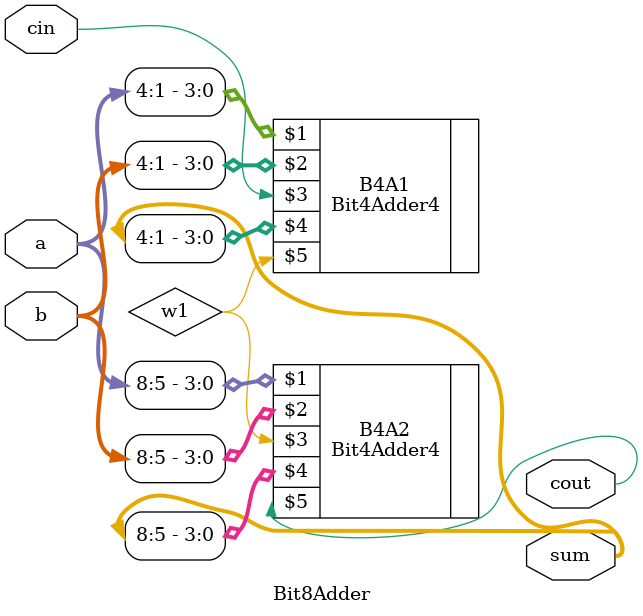
<source format=v>
`include "4BitAdder4.v"

module Bit8Adder (a, b, cin, sum, cout);
input[8:1] a, b;
input cin;
output[8:1] sum;
output cout;

	wire w1;

	Bit4Adder4 B4A1 (a[4:1], b[4:1], cin, sum[4:1], w1);
	Bit4Adder4 B4A2 (a[8:5], b[8:5], w1, sum[8:5], cout);

endmodule

</source>
